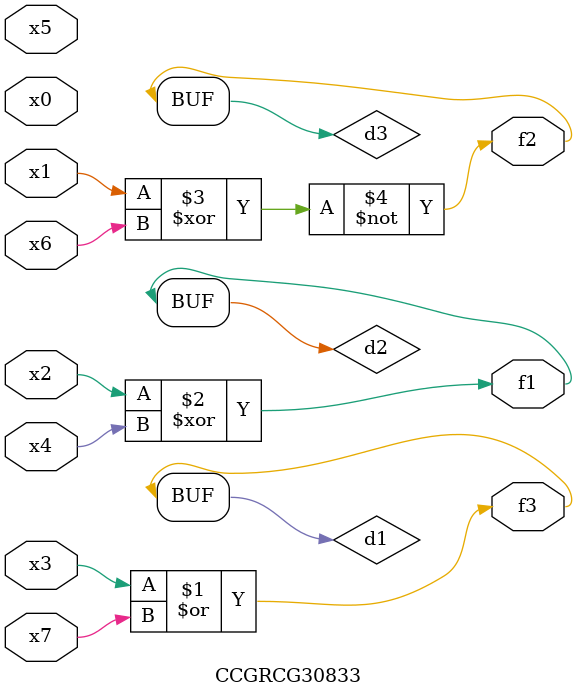
<source format=v>
module CCGRCG30833(
	input x0, x1, x2, x3, x4, x5, x6, x7,
	output f1, f2, f3
);

	wire d1, d2, d3;

	or (d1, x3, x7);
	xor (d2, x2, x4);
	xnor (d3, x1, x6);
	assign f1 = d2;
	assign f2 = d3;
	assign f3 = d1;
endmodule

</source>
